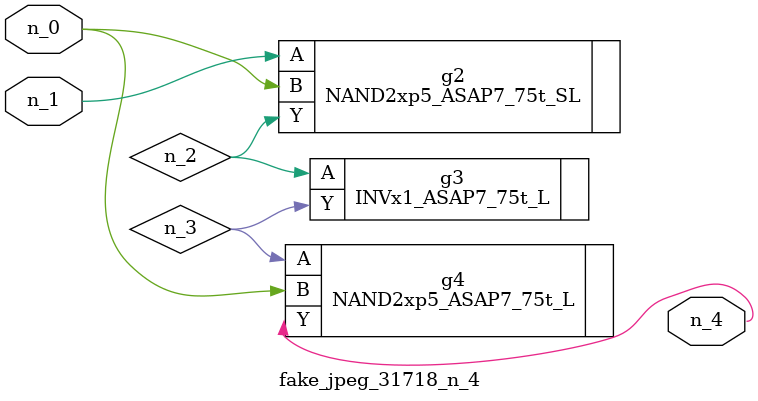
<source format=v>
module fake_jpeg_31718_n_4 (n_0, n_1, n_4);

input n_0;
input n_1;

output n_4;

wire n_2;
wire n_3;

NAND2xp5_ASAP7_75t_SL g2 ( 
.A(n_1),
.B(n_0),
.Y(n_2)
);

INVx1_ASAP7_75t_L g3 ( 
.A(n_2),
.Y(n_3)
);

NAND2xp5_ASAP7_75t_L g4 ( 
.A(n_3),
.B(n_0),
.Y(n_4)
);


endmodule
</source>
